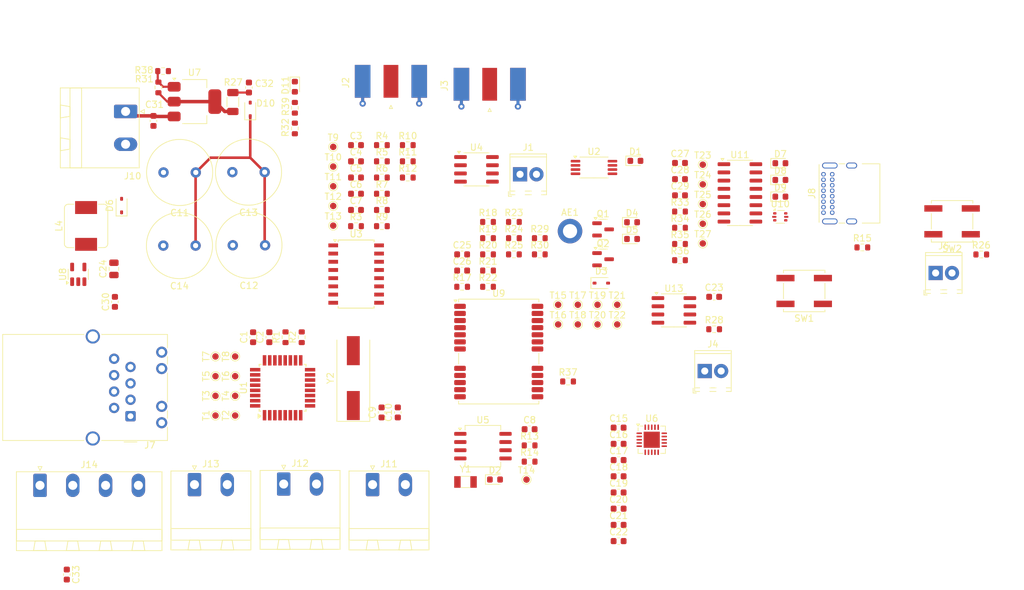
<source format=kicad_pcb>
(kicad_pcb (version 20240108) (generator "pcbnew") (generator_version "8.0")
  (layers (0 "F.Cu" signal) (31 "B.Cu" signal) (34 "B.Paste" user) (35 "F.Paste" user) (36 "B.SilkS" user "B.Silkscreen") (37 "F.SilkS" user "F.Silkscreen") (38 "B.Mask" user) (39 "F.Mask" user) (44 "Edge.Cuts" user))
  (net 0 "")
  (net 1 "Net-(AE1-A)")
  (net 2 "/MCU/+VCC")
  (net 3 "/MCU/GND")
  (net 4 "/WIND/Vcc")
  (net 5 "/WIND/GND")
  (net 6 "Net-(U3A-Cext)")
  (net 7 "Net-(U3A-RCext)")
  (net 8 "Net-(J3-In)")
  (net 9 "/RTC/GND")
  (net 10 "/RTC/+5V")
  (net 11 "/XTAL/GND")
  (net 12 "/MCU/XTAL1{slash}PB6")
  (net 13 "/MCU/XTAL2{slash}PB7")
  (net 14 "/NRF24/GND")
  (net 15 "/NRF24/+3.3V")
  (net 16 "Net-(U6-VDD_PA)")
  (net 17 "Net-(J5-In)")
  (net 18 "/GNSS/GND")
  (net 19 "/GNSS/VCC_USB")
  (net 20 "Net-(U9-RF_IN)")
  (net 21 "/GNSS/+3.3V")
  (net 22 "Net-(D1-A)")
  (net 23 "Net-(D1-K)")
  (net 24 "Net-(D2-K)")
  (net 25 "Net-(D3-K)")
  (net 26 "Net-(D4-A)")
  (net 27 "Net-(D5-A)")
  (net 28 "Net-(J1-Pin_1)")
  (net 29 "/MCU/~{RESET}{slash}PC6")
  (net 30 "/Reset/GND")
  (net 32 "/MCU/A6")
  (net 34 "/MCU/A7")
  (net 35 "/MCU/PB0")
  (net 36 "/MCU/PB1-D9~")
  (net 37 "/MCU/PB2-D10~")
  (net 38 "/MCU/MOSI")
  (net 39 "/MCU/MISO")
  (net 40 "/MCU/CLK")
  (net 41 "/MCU/PC0-A0")
  (net 42 "/MCU/PC1-A1")
  (net 43 "/MCU/PC2-A2")
  (net 44 "/MCU/PC3-A3")
  (net 45 "/MCU/SDA")
  (net 46 "/MCU/SCL")
  (net 47 "/MCU/TX")
  (net 48 "/MCU/RX")
  (net 49 "/MCU/PD2-D2-(INT0)")
  (net 50 "/MCU/PD3-D3-(INT1)~")
  (net 51 "/MCU/PD4-D4")
  (net 52 "/MCU/PD7-D7")
  (net 53 "/MCU/PD6-D6~")
  (net 54 "/MCU/PD5-D5~")
  (net 55 "Net-(Q1-D)")
  (net 56 "Net-(Q2-D)")
  (net 57 "Net-(U3A-Q)")
  (net 58 "Net-(U2B--)")
  (net 59 "Net-(U2A-+)")
  (net 60 "Net-(R11-Pad1)")
  (net 61 "/WIND/Wind_interrupt_MCU")
  (net 62 "/WIND/Wind_interrupt_Power")
  (net 63 "Net-(U5-SQW{slash}OUT)")
  (net 64 "Net-(R13-Pad2)")
  (net 65 "/Reset/VCC")
  (net 66 "/GNSS/GNSS_ENABLED")
  (net 67 "Net-(U9-TXD{slash}SPI_MISO)")
  (net 68 "/GNSS/GNSS_TX")
  (net 69 "/GNSS/GNSS_RX")
  (net 70 "Net-(R21-Pad2)")
  (net 71 "Net-(R22-Pad1)")
  (net 72 "Net-(U9-RXD{slash}SPI_MOSI)")
  (net 73 "Net-(R29-Pad1)")
  (net 74 "Net-(U9-TIMEPULSE)")
  (net 75 "/WIND/Simulation")
  (net 76 "Net-(U2A--)")
  (net 77 "Net-(U9-D_SEL)")
  (net 78 "Net-(U9-SDA{slash}~{SPI_CS})")
  (net 79 "Net-(U9-SCL{slash}SPI_CLK)")
  (net 80 "Net-(U9-EXTINT)")
  (net 81 "Net-(U9-~{SAFEBOOT})")
  (net 92 "/WIND/U{slash}~{D}")
  (net 93 "/WIND/~{CS}")
  (net 94 "/RTC/SDA")
  (net 95 "/RTC/V_Backup")
  (net 96 "Net-(U5-X1)")
  (net 97 "Net-(U5-X2)")
  (net 98 "/RTC/SCL")
  (net 103 "Net-(U6-ANT1)")
  (net 104 "Net-(U6-ANT2)")
  (net 107 "Net-(U6-IREF)")
  (net 109 "/GNSS/D+")
  (net 110 "/GNSS/D-")
  (net 114 "/GNSS/VCC_BACKUP")
  (net 115 "/GNSS/VCC_RF")
  (net 130 "/Supercapacitors/GND")
  (net 131 "/Supercapacitors/Vcurrent")
  (net 133 "Net-(C22-Pad1)")
  (net 134 "/Programming/+5V")
  (net 135 "/Programming/GND")
  (net 136 "/Programming/DTR")
  (net 138 "/Programming/+3.3V")
  (net 139 "Net-(D7-K)")
  (net 141 "Net-(D8-K)")
  (net 143 "Net-(D9-K)")
  (net 146 "Net-(J8-D--PadA7)")
  (net 147 "Net-(J8-D+-PadA6)")
  (net 150 "Net-(R33-Pad2)")
  (net 151 "Net-(R34-Pad2)")
  (net 157 "/NRF24/XTAl_1")
  (net 158 "/NRF24/XTAl_2")
  (net 166 "Net-(U11-XI)")
  (net 170 "Net-(U11-XO)")
  (net 177 "/User_Buttons/SELF_TEST")
  (net 178 "/User_Buttons/GND")
  (net 179 "/User_Buttons/VCC")
  (net 181 "Net-(U13-FILTER)")
  (net 184 "Net-(U13-VIOUT)")
  (net 185 "Net-(U7-VO)")
  (net 186 "Net-(U13-IP--Pad3)")
  (net 187 "/Supercapacitors/+5V_Security")
  (net 188 "Net-(U13-IP+-Pad1)")
  (net 192 "Net-(U7-ADJ)")
  (net 193 "/Supercapacitors/Vcap")
  (net 194 "Net-(D10-A)")
  (net 195 "Net-(J10-Pin_1)")
  (net 196 "Net-(D11-A)")
  (net 197 "Net-(R32-Pad1)")
  (footprint "Resistor_SMD:R_0603_1608Metric" (layer "F.Cu") (at 89.8868 65.0288)
    (property "Reference" "R5")
    (property "Value" "R_10K_SMD_0603")
  )
  (footprint "TestPoint:TestPoint_Pad_D1.0mm" (layer "F.Cu") (at 120.2322 87.2386)
    (property "Reference" "T17")
    (property "Value" "TP")
  )
  (footprint "Capacitor_SMD:C_0603_1608Metric" (layer "F.Cu") (at 85.8768 62.5188)
    (property "Reference" "C3")
    (property "Value" "100nF")
  )
  (footprint "LED_SMD:LED_0603_1608Metric" (layer "F.Cu") (at 151.6054 70.498)
    (property "Reference" "D9")
    (property "Value" "RX_LED")
  )
  (footprint "TestPoint:TestPoint_Pad_D1.0mm" (layer "F.Cu") (at 120.2322 90.2886)
    (property "Reference" "T18")
    (property "Value" "TP")
  )
  (footprint "Connector_Coaxial:SMA_Molex_73251-1153_EdgeMount_Horizontal" (layer "F.Cu") (at 106.5784 54.812 -90)
    (property "Reference" "J3")
    (property "Value" "132415")
  )
  (footprint "Resistor_SMD:R_0603_1608Metric" (layer "F.Cu") (at 136.0554 72.808)
    (property "Reference" "R33")
    (property "Value" "0")
  )
  (footprint "Connector_Coaxial:SMA_Molex_73251-1153_EdgeMount_Horizontal" (layer "F.Cu") (at 91.2876 54.3548 -90)
    (property "Reference" "J2")
    (property "Value" "132415")
  )
  (footprint "TerminalBlock_Phoenix:TerminalBlock_Phoenix_MPT-0,5-2-2.54_1x02_P2.54mm_Horizontal" (layer "F.Cu") (at 139.8902 97.5052)
    (property "Reference" "J4")
    (property "Value" "KF128-2.54_2P")
  )
  (footprint "Connector_Phoenix_MSTB:PhoenixContact_MSTBA_2,5_4-G-5,08_1x04_P5.08mm_Horizontal" (layer "F.Cu") (at 36.9316 115.2144)
    (property "Reference" "J14")
    (property "Value" "Screw_Terminal_01x04")
  )
  (footprint "Resistor_SMD:R_0603_1608Metric" (layer "F.Cu") (at 89.8868 72.5588)
    (property "Reference" "R8")
    (property "Value" "R_10K_SMD_0603")
  )
  (footprint "LED_SMD:LED_0603_1608Metric" (layer "F.Cu") (at 151.6054 65.318)
    (property "Reference" "D7")
    (property "Value" "LED_USB")
  )
  (footprint "TestPoint:TestPoint_Pad_D1.0mm" (layer "F.Cu") (at 82.3468 71.9388)
    (property "Reference" "T12")
    (property "Value" "TP")
  )
  (footprint "Connector_RJ:RJ45_Wuerth_7499010121A_Horizontal" (layer "F.Cu") (at 50.9524 104.4956 180)
    (property "Reference" "J7")
    (property "Value" "RJ45_Wuerth_7499010121A")
  )
  (footprint "Capacitor_SMD:C_0603_1608Metric" (layer "F.Cu") (at 141.3438 86.0126)
    (property "Reference" "C23")
    (property "Value" "1nF")
  )
  (footprint "Connector_USB:USB_C_Receptacle_GCT_USB4085" (layer "F.Cu") (at 158.281 72.9774 90)
    (property "Reference" "J8")
    (property "Value" "USB_C_Receptacle_USB2.0_16P")
  )
  (footprint "Capacitor_SMD:C_0603_1608Metric" (layer "F.Cu") (at 136.0554 65.278)
    (property "Reference" "C27")
    (property "Value" "100nF")
  )
  (footprint "Package_SO:SOIC-8_3.9x4.9mm_P1.27mm" (layer "F.Cu") (at 104.5322 66.2686)
    (property "Reference" "U4")
    (property "Value" "MCP4011")
  )
  (footprint "Capacitor_SMD:C_0603_1608Metric" (layer "F.Cu") (at 126.5482 116.3176)
    (property "Reference" "C19")
    (property "Value" "100nF")
  )
  (footprint "Package_TO_SOT_SMD:SOT-23" (layer "F.Cu") (at 124.1422 75.5636)
    (property "Reference" "Q1")
    (property "Value" "2N7002")
  )
  (footprint "Package_TO_SOT_SMD:SOT-666" (layer "F.Cu") (at 151.5854 73.623)
    (property "Reference" "U10")
    (property "Value" "USBLC6-2P6")
  )
  (footprint "Capacitor_SMD:C_0603_1608Metric" (layer "F.Cu") (at 126.5482 123.8476)
    (property "Reference" "C22")
    (property "Value" "1.5pF")
  )
  (footprint "Capacitor_SMD:C_0603_1608Metric" (layer "F.Cu") (at 126.5482 113.8076)
    (property "Reference" "C18")
    (property "Value" "100nF")
  )
  (footprint "Capacitor_SMD:C_0603_1608Metric" (layer "F.Cu") (at 69.2912 53.594 -90)
    (property "Reference" "C32")
    (property "Value" "2.2uF" (hide yes))
  )
  (footprint "Resistor_SMD:R_0603_1608Metric" (layer "F.Cu") (at 89.8868 67.5388)
    (property "Reference" "R6")
    (property "Value" "R_10K_SMD_0603")
  )
  (footprint "TestPoint:TestPoint_Pad_D1.0mm" (layer "F.Cu") (at 139.5854 65.548)
    (property "Reference" "T23")
    (property "Value" "TP")
  )
  (footprint "LED_SMD:LED_0603_1608Metric" (layer "F.Cu") (at 151.6054 67.908)
    (property "Reference" "D8")
    (property "Value" "TX_LED")
  )
  (footprint "Button_Switch_SMD:SW_Push_1P1T_NO_CK_KSC7xxJ" (layer "F.Cu") (at 155.2912 85.1088)
    (property "Reference" "SW1")
    (property "Value" "PB_SMD_12V_50MA_6MM_6MM")
  )
  (footprint "LED_SMD:LED_0603_1608Metric" (layer "F.Cu") (at 129.1522 64.9486)
    (property "Reference" "D1")
    (property "Value" "LED")
  )
  (footprint "Capacitor_SMD:C_0603_1608Metric" (layer "F.Cu") (at 85.8768 65.0288)
    (property "Reference" "C4")
    (property "Value" "100nF")
  )
  (footprint "Capacitor_SMD:C_0603_1608Metric" (layer "F.Cu") (at 126.5482 111.2976)
    (property "Reference" "C17")
    (property "Value" "100nF")
  )
  (footprint "Package_QFP:TQFP-32_7x7mm_P0.8mm" (layer "F.Cu") (at 74.5096 100.1 90)
    (property "Reference" "U1")
    (property "Value" "ATMEGA-328P")
  )
  (footprint "Resistor_SMD:R_0603_1608Metric" (layer "F.Cu") (at 89.8868 70.0488)
    (property "Reference" "R7")
    (property "Value" "R_10K_SMD_0603")
  )
  (footprint "Capacitor_SMD:C_0603_1608Metric" (layer "F.Cu") (at 54.5084 58.7626 90)
    (property "Reference" "C31")
    (property "Value" "2.2uF" (hide yes))
  )
  (footprint "TestPoint:TestPoint_Pad_D1.0mm" (layer "F.Cu") (at 67.1596 95.25 90)
    (property "Reference" "T8")
    (property "Value" "TP")
  )
  (footprint "TestPoint:TestPoint_Pad_D1.0mm" (layer "F.Cu") (at 139.5854 74.698)
    (property "Reference" "T26")
    (property "Value" "TP")
  )
  (footprint "Capacitor_SMD:C_0603_1608Metric" (layer "F.Cu") (at 85.8768 72.5588)
    (property "Reference" "C7")
    (property "Value" "100nF")
  )
  (footprint "Resistor_SMD:R_1206_3216Metric" (layer "F.Cu") (at 66.802 55.8399 90)
    (property "Reference" "R27")
    (property "Value" "100" (hide yes))
  )
  (footprint "TestPoint:TestPoint_Pad_D1.0mm" (layer "F.Cu") (at 139.5854 68.598)
    (property "Reference" "T24")
    (property "Value" "TP")
  )
  (footprint "TestPoint:TestPoint_Pad_D1.0mm" (layer "F.Cu") (at 64.1096 98.3 90)
    (property "Reference" "T5")
    (property "Value" "TP")
  )
  (footprint "Resistor_SMD:R_0603_1608Metric" (layer "F.Cu") (at 136.0554 77.828)
    (property "Reference" "R35")
    (property "Value" "270")
  )
  (footprint "RF_GPS:ublox_NEO" (layer "F.Cu") (at 107.9822 94.4886)
    (property "Reference" "U9")
    (property "Value" "NEO-M8M")
  )
  (footprint "Resistor_SMD:R_0603_1608Metric" (layer "F.Cu") (at 114.3422 79.4386)
    (property "Reference" "R30")
    (property "Value" "330")
  )
  (footprint "Resistor_SMD:R_0603_1608Metric" (layer "F.Cu") (at 93.8968 62.5188)
    (property "Reference" "R10")
    (property "Value" "R_330R_SMD_0603")
  )
  (footprint "TestPoint:TestPoint_Pad_D1.0mm" (layer "F.Cu") (at 82.3468 74.9888)
    (property "Reference" "T13")
    (property "Value" "TP")
  )
  (footprint "Resistor_SMD:R_0603_1608Metric" (layer "F.Cu") (at 76.4032 59.9318 -90)
    (property "Reference" "R32")
    (property "Value" "0" (hide yes))
  )
  (footprint "Package_DFN_QFN:QFN-20-1EP_4x4mm_P0.5mm_EP2.5x2.5mm" (layer "F.Cu") (at 131.6782 108.1476)
    (property "Reference" "U6")
    (property "Value" "NRF24L01")
  )
  (footprint "Diode_SMD:D_SOD-323" (layer "F.Cu") (at 49.5692 71.8788 90)
    (property "Reference" "D6")
    (property "Value" "1N5819WS")
  )
  (footprint "Connector_Phoenix_MSTB:PhoenixContact_MSTBA_2,5_2-G-5,08_1x02_P5.08mm_Horizontal" (layer "F.Cu") (at 88.4428 115.0945)
    (property "Reference" "J11")
    (property "Value" "Anemometer")
  )
  (footprint "Capacitor_SMD:C_0805_2012Metric" (layer "F.Cu") (at 48.382 81.6822 90)
    (property "Reference" "C24")
    (property "Value" "100uF")
  )
  (footprint "Connector_Phoenix_MSTB:PhoenixContact_MSTBA_2,5_2-G-5,08_1x02_P5.08mm_Horizontal" (layer "F.Cu") (at 74.676 115.0112)
    (property "Reference" "J12")
    (property "Value" "Wind_Direction")
  )
  (footprint "Connector_Phoenix_MSTB:PhoenixContact_MSTBA_2,5_2-G-5,08_1x02_P5.08mm_Horizontal" (layer "F.Cu") (at 60.8584 115.0945)
    (property "Reference" "J13")
    (property "Value" "Water_Level")
  )
  (footprint "TestPoint:TestPoint_Pad_D1.0mm" (layer "F.Cu") (at 64.1096 95.25 90)
    (property "Reference" "T7")
    (property "Value" "TP")
  )
  (footprint "Resistor_SMD:R_0603_1608Metric" (layer "F.Cu") (at 110.3322 79.4386)
    (property "Reference" "R25")
    (property "Value" "1k")
  )
  (footprint "Resistor_SMD:R_0603_1608Metric" (layer "F.Cu") (at 118.7196 99.124)
    (property "Reference" "R37")
    (property "Value" "270")
  )
  (footprint "Capacitor_THT:C_Radial_D10.0mm_H20.0mm_P5.00mm" (layer "F.Cu") (at 71.7296 66.7004 180)
    (property "Reference" "C13")
    (property "Value" "5F")
  )
  (footprint "Resistor_SMD:R_0603_1608Metric" (layer "F.Cu") (at 77.4696 92.27 90)
    (property "Reference" "R2")
    (property "Value" "4.7k")
  )
  (footprint "Inductor_SMD:L_Sumida_CDMC6D28_7.25x6.5mm" (layer "F.Cu") (at 44.0692 75.0338 90)
    (property "Reference" "L4")
    (property "Value" "33uH")
  )
  (footprint "TestPoint:TestPoint_Pad_D1.0mm" (layer "F.Cu") (at 82.3468 62.7888)
    (property "Reference" "T9")
    (property "Value" "TP")
  )
  (footprint "LED_SMD:LED_0603_1608Metric" (layer "F.Cu") (at 107.4022 114.3086)
    (property "Reference" "D2")
    (property "Value" "LED")
  )
  (footprint "Capacitor_SMD:C_0603_1608Metric" (layer "F.Cu") (at 85.8768 67.5388)
    (property "Reference" "C5")
    (property "Value" "100nF")
  )
  (footprint "TestPoint:TestPoint_Pad_D1.0mm" (layer "F.Cu") (at 82.3468 68.8888)
    (property "Reference" "T11")
    (property "Value" "TP")
  )
  (footprint "Diode_SMD:D_SOD-323" (layer "F.Cu") (at 69.4944 56.9808 90)
    (property "Reference" "D10")
    (property "Value" "1N5819WS" (hide yes))
  )
  (footprint "TestPoint:TestPoint_Pad_D1.0mm" (layer "F.Cu") (at 117.1822 90.2886)
    (property "Reference" "T16")
    (property "Value" "TP")
  )
  (footprint "TestPoint:TestPoint_Pad_D1.0mm" (layer "F.Cu") (at 67.1596 98.3 90)
    (property "Reference" "T6")
    (property "Value" "TP")
  )
  (footprint "Resistor_SMD:R_0603_1608Metric" (layer "F.Cu") (at 93.8968 65.0288)
    (property "Reference" "R11")
    (property "Value" "R_0R_SMD_0603")
  )
  (footprint "MountingHole:MountingHole_2.2mm_M2_DIN965_Pad" (layer "F.Cu") (at 119.0222 75.8386)
    (property "Reference" "AE1")
    (property "Value" "Internal_antenna")
  )
  (footprint "Capacitor_THT:C_Radial_D10.0mm_H20.0mm_P5.00mm" (layer "F.Cu") (at 61.0324 78.0796 180)
    (property "Reference" "C14")
    (property "Value" "5F")
  )
  (footprint "TestPoint:TestPoint_Pad_D1.0mm" (layer "F.Cu") (at 126.3322 90.2886)
    (property "Reference" "T22")
    (property "Value" "TP")
  )
  (footprint "Resistor_SMD:R_0603_1608Metric" (layer "F.Cu") (at 74.9596 92.27 90)
    (property "Reference" "R1")
    (property "Value" "4.7k")
  )
  (footprint "Capacitor_SMD:C_0603_1608Metric" (layer "F.Cu") (at 126.5482 118.8276)
    (property "Reference" "C20")
    (property "Value" "2.2nF")
  )
  (footprint "LED_SMD:LED_0603_1608Metric" (layer "F.Cu") (at 128.6322 77.0486)
    (property "Reference" "D5")
    (property "Value" "POS_ENABLE")
  )
  (footprint "Resistor_SMD:R_0603_1608Metric" (layer "F.Cu") (at 110.3322 74.4186)
    (property "Reference" "R23")
    (property "Value" "330")
  )
  (footprint "Resistor_SMD:R_0603_1608Metric" (layer "F.Cu") (at 164.296 78.3592)
    (property "Reference" "R15")
    (property "Value" "10k")
  )
  (footprint "Resistor_SMD:R_0603_1608Metric" (layer "F.Cu") (at 85.8768 75.0688)
    (property "Reference" "R3")
    (property "Value" "10k")
  )
  (footprint "Button_Switch_SMD:SW_Push_1P1T_NO_CK_KSC7xxJ" (layer "F.Cu") (at 178.1954 74.3212)
    (property "Reference" "SW2")
    (property "Value" "PB_SMD_12V_50MA_6MM_6MM")
  )
  (footprint "Resistor_SMD:R_0603_1608Metric" (layer "F.Cu") (at 112.7622 109.0286)
    (property "Reference" "R13")
    (property "Value" "0")
  )
  (footprint "Connector_Phoenix_MSTB:PhoenixContact_MSTBA_2,5_2-G-5,08_1x02_P5.08mm_Horizontal" (layer "F.Cu") (at 50.1904 57.3024 -90)
    (property "Reference" "J10")
    (property "Value" "Panel" (hide yes))
  )
  (footprint "Crystal:Crystal_SMD_HC49-SD" (layer "F.Cu") (at 85.4596 98.6 90)
    (property "Reference" "Y2")
    (property "Value" "16MHz")
  )
  (footprint "Crystal:Crystal_SMD_3215-2Pin_3.2x1.5mm" (layer "F.Cu") (at 102.8322 114.6886)
    (property "Reference" "Y1")
    (property "Value" "32kHz")
  )
  (footprint "Capacitor_THT:C_Radial_D10.0mm_H20.0mm_P5.00mm" (layer "F.Cu") (at 71.7912 78.0288 180)
    (property "Reference" "C12")
    (property "Value" "5F")
  )
  (footprint "Capacitor_SMD:C_0603_1608Metric" (layer "F.Cu") (at 112.7622 106.5186)
    (property "Reference" "C8")
    (property "Value" "100nF")
  )
  (footprint "Package_TO_SOT_SMD:SOT-23" (layer "F.Cu") (at 124.1422 80.1886)
    (property "Reference" "Q2")
    (property "Value" "CJ3401")
  )
  (footprint "Capacitor_SMD:C_0603_1608Metric" (layer "F.Cu") (at 69.9396 92.27 90)
    (property "Reference" "C1")
    (property "Value" "100nF")
  )
  (footprint "Resistor_SMD:R_0603_1608Metric" (layer "F.Cu") (at 93.8968 67.5388)
    (property "Reference" "R12")
    (property "Value" "R_0R_SMD_0603")
  )
  (footprint "Resistor_SMD:R_0603_1608Metric" (layer "F.Cu") (at 106.3222 84.4586)
    (property "Reference" "R22")
    (property "Value" "0")
  )
  (footprint "Resistor_SMD:R_0603_1608Metric" (layer "F.Cu") (at 55.9938 51.054 180)
    (property "Reference" "R38")
    (property "Value" "390" (hide yes))
  )
  (footprint "TestPoint:TestPoint_Pad_D1.0mm" (layer "F.Cu") (at 117.1822 87.2386)
    (property "Reference" "T15")
    (property "Value" "TP")
  )
  (footprint "TestPoint:TestPoint_Pad_D1.0mm" (layer "F.Cu") (at 67.1596 101.35 90)
    (property "Reference" "T4")
    (property "Value" "TP")
  )
  (footprint "TestPoint:TestPoint_Pad_D1.0mm" (layer "F.Cu") (at 139.5854 71.648)
    (property "Reference" "T25")
    (property "Value" "TP")
  )
  (footprint "Capacitor_THT:C_Radial_D10.0mm_H20.0mm_P5.00mm" (layer "F.Cu") (at 61.0616 66.7512 180)
    (property "Reference" "C11")
    (property "Value" "5F")
  )
  (footprint "Capacitor_SMD:C_0603_1608Metric" (layer "F.Cu") (at 41.0833 129.026 -90)
    (property "Reference" "C33")
    (property "Value" "100nF")
  )
  (footprint "TestPoint:TestPoint_Pad_D1.0mm" (layer "F.Cu") (at 139.5854 77.748)
    (property "Reference" "T27")
    (property "Value" "TP")
  )
  (footprint "Capacitor_SMD:C_0603_1608Metric" (layer "F.Cu") (at 136.0554 70.298)
    (property "Reference" "C29")
    (property "Value" "100nF")
  )
  (footprint "Resistor_SMD:R_0603_1608Metric" (layer "F.Cu") (at 76.4032 56.7314 -90)
    (property "Reference" "R39")
    (property "Value" "330" (hide yes))
  )
  (footprint "Resistor_SMD:R_0603_1608Metric" (layer "F.Cu") (at 136.0554 80.338)
    (property "Reference" "R36")
    (property "Value" "270")
  )
  (footprint "Package_SO:TSSOP-8_4.4x3mm_P0.65mm" (layer "F.Cu") (at 122.7322 65.9786)
    (property "Reference" "U2")
    (property "Value" "LM358DR")
  )
  (footprint "TestPoint:TestPoint_Pad_D1.0mm" (layer "F.Cu") (at 123.2822 87.2386)
    (property "Reference" "T19")
    (property "Value" "TP")
  )
  (footprint "Capacitor_SMD:C_0603_1608Metric" (layer "F.Cu") (at 126.5482 121.3376)
    (property "Reference" "C21")
    (property "Value" "4.7pF")
  )
  (footprint "Resistor_SMD:R_0603_1608Metric" (layer "F.Cu") (at 102.3122 84.4586)
    (property "Reference" "R17")
    (property "Value" "0")
  )
  (footprint "Resistor_SMD:R_0603_1608Metric" (layer "F.Cu") (at 114.3422 76.9286)
    (property "Reference" "R29")
    (property "Value" "0")
  )
  (footprint "Capacitor_SMD:C_0603_1608Metric" (layer "F.Cu") (at 89.8396 103.92 90)
    (property "Reference" "C9")
    (property "Value" "22pF")
  )
  (footprint "Resistor_SMD:R_0603_1608Metric" (layer "F.Cu") (at 55.2704 53.5818 -90)
    (property "Reference" "R31")
    (property "Value" "270" (hide yes))
  )
  (footprint "TestPoint:TestPoint_Pad_D1.0mm" (layer "F.Cu") (at 126.3322 87.2386)
    (property "Reference" "T21")
    (property "Value" "TP")
  )
  (footprint "Capacitor_SMD:C_0603_1608Metric" (layer "F.Cu") (at 48.5344 86.7904 90)
    (property "Reference" "C30")
    (property "Value" "47uF")
  )
  (footprint "Resistor_SMD:R_0603_1608Metric" (layer "F.Cu") (at 136.0554 75.318)
    (property "Reference" "R34")
    (property "Value" "0")
  )
  (footprint "Package_SO:SOIC-8_3.9x4.9mm_P1.27mm" (layer "F.Cu") (at 135.1138 88.1126)
    (property "Reference" "U13")
    (property "Value" "ACS712xLCTR-05B")
  )
  (footprint "Resistor_SMD:R_0603_1608Metric" (layer "F.Cu") (at 112.7622 111.5386)
    (property "Reference" "R14")
    (property "Value" "330")
  )
  (footprint "TestPoint:TestPoint_Pad_D1.0mm" (layer "F.Cu") (at 64.1096 101.35 90)
    (property "Reference" "T3")
    (property "Value" "TP")
  )
  (footprint "Resistor_SMD:R_0603_1608Metric" (layer "F.Cu") (at 106.3222 81.9486)
    (property "Reference" "R21")
    (property "Value" "0")
  )
  (footprint "Resistor_SMD:R_0603_1608Metric" (layer "F.Cu") (at 141.3438 91.0326)
    (property "Reference" "R28")
    (property "Value" "1k")
  )
  (footprint "Package_SO:SO-8_5.3x6.2mm_P1.27mm" (layer "F.Cu") (at 105.5322 109.1386)
    (property "Reference" "U5")
    (property "Value" "DS1307Z")
  )
  (footprint "TerminalBlock_Phoenix:TerminalBlock_Phoenix_MPT-0,5-2-2.54_1x02_P2.54mm_Horizontal" (layer "F.Cu") (at 111.2822 67.0386)
    (property "Reference" "J1")
    (property "Value" "Wind")
  )
  (footprint "Resistor_SMD:R_0603_1608Metric" (layer "F.Cu") (at 110.3322 76.9286)
    (property "Reference" "R24")
    (property "Value" "1k")
  )
  (footprint "Resistor_SMD:R_0603_1608Metric" (layer "F.Cu") (at 89.8868 62.5188)
    (property "Reference" "R4")
    (property "Value" "R_10K_SMD_0603")
  )
  (footprint "Package_TO_SOT_SMD:SOT-23-5" (layer "F.Cu") (at 42.86 82.5301 90)
    (property "Reference" "U8")
    (property "Value" "BL8530")
  )
  (footprint "Capacitor_SMD:C_0603_1608Metric" (layer "F.Cu") (at 126.5482 106.2776)
    (property "Reference" "C15")
    (property "Value" "100nF")
  )
  (footprint "Resistor_SMD:R_0603_1608Metric" (layer "F.Cu") (at 106.3222 79.4386)
    (property "Reference" "R20")
    (property "Value" "0")
  )
  (footprint "TestPoint:TestPoint_Pad_D1.0mm" (layer "F.Cu") (at 64.1096 104.4 90)
    (property "Reference" "T1")
    (property "Value" "TP")
  )
  (footprint "TerminalBlock_Phoenix:TerminalBlock_Phoenix_MPT-0,5-2-2.54_1x02_P2.54mm_Horizontal" (layer "F.Cu") (at 175.6454 82.3212)
    (property "Reference" "J6")
    (property "Value" "KF128-2.54_2P")
  )
  (footprint "TestPoint:TestPoint_Pad_D1.0mm" (layer "F.Cu") (at 112.2822 114.3186)
    (property "Reference" "T14")
    (property "Value" "TP")
  )
  (footprint "Resistor_SMD:R_0603_1608Metric" (layer "F.Cu") (at 106.3222 76.9286)
    (property "Reference" "R19")
    (property "Value" "R_100K_SMD_0603")
  )
  (footprint "Resistor_SMD:R_0603_1608Metric" (layer "F.Cu") (at 89.8868 75.0688)
    (property "Reference" "R9")
    (property "Value" "0")
  )
  (footprint "Resistor_SMD:R_0603_1608Metric" (layer "F.Cu") (at 106.3222 74.4186)
    (property "Reference" "R18")
    (property "Value" "R_1K_SMD_0603")
  )
  (footprint "Diode_SMD:D_SOD-323" (layer "F.Cu") (at 123.8672 83.8886)
    (property "Reference" "D3")
    (property "Value" "1N4148")
  )
  (footprint "Capacitor_SMD:C_0603_1608Metric" (layer "F.Cu") (at 85.8768 70.0488)
    (property "Reference" "C6")
    (property "Value" "100nF")
  )
  (footprint "Capacitor_SMD:C_0603_1608Metric" (layer "F.Cu") (at 72.4496 92.27 90)
    (property "Reference" "C2")
    (property "Value" "100nF")
  )
  (footprint "LED_SMD:LED_0603_1608Metric" (layer "F.Cu") (at 128.6322 74.4586)
    (property "Reference" "D4")
    (property "Value" "GNSS")
  )
  (footprint "TestPoint:TestPoint_Pad_D1.0mm" (layer "F.Cu") (at 123.2822 90.2886)
    (property "Reference" "T20")
    (property "Value" "TP")
  )
  (footprint "Capacitor_SMD:C_0603_1608Metric" (layer "F.Cu") (at 126.5482 108.7876)
    (property "Reference" "C16")
    (property "Value" "4.7uF")
  )
  (footprint "Resistor_SMD:R_0603_1608Metric" (layer "F.Cu") (at 182.7154 79.4512)
    (property "Reference" "R26")
    (property "Value" "10k")
  )
  (footprint "Capacitor_SMD:C_0603_1608Metric" (layer "F.Cu") (at 102.3122 81.9486)
    (property "Reference" "C26")
    (property "Value" "100nF")
  )
  (footprint "Capacitor_SMD:C_0603_1608Metric" (layer "F.Cu") (at 136.0554 67.788)
    (property "Reference" "C28")
    (property "Value" "100nF")
  )
  (footprint "Package_SO:SOIC-16W_5.3x10.2mm_P1.27mm" (layer "F.Cu") (at 85.8968 82.4888)
    (property "Reference" "U3")
    (property "Value" "74HC123D")
  )
  (footprint "Package_SO:SOIC-16_3.9x9.9mm_P1.27mm" (layer "F.Cu") (at 145.3354 69.918)
    (property "Reference" "U11")
    (property "Value" "CH340G")
  )
  (footprint "Capacitor_SMD:C_0603_1608Metric" (layer "F.Cu") (at 102.3122 79.4386)
    (property "Reference" "C25")
    (property "Value" "120pF")
  )
  (footprint "LED_SMD:LED_0603_1608Metric" (layer "F.Cu") (at 76.4032 53.4669 -90)
    (property "Reference" "D11")
    (property "Value" "SUN" (hide yes))
  )
  (footprint "Package_TO_SOT_SMD:SOT-223-3_TabPin2" (layer "F.Cu") (at 60.8584 55.7784)
    (property "Reference" "U7")
    (property "Value" "LM317_SOT-223" (hide yes))
  )
  (footprint "TestPoint:TestPoint_Pad_D1.0mm" (layer "F.Cu") (at 82.3468 65.8388)
    (property "Reference" "T10")
    (property "Value" "TP")
  )
  (footprint "TestPoint:TestPoint_Pad_D1.0mm" (layer "F.Cu") (at 67.1596 104.4 90)
    (property "Reference" "T2")
    (property "Value" "TP")
  )
  (footprint "Capacitor_SMD:C_0603_1608Metric" (layer "F.Cu") (at 92.3496 103.92 90)
    (property "Reference" "C10")
    (property "Value" "22pF")
  )
  (segment (start 65.5324 57.3024) (end 64.0084 55.7784) (width 0.54) (layer "F.Cu") (net 185))
  (segment (start 64.0084 55.7784) (end 57.7084 55.7784) (width 0.54) (layer "F.Cu") (net 185))
  (segment (start 66.802 57.3024) (end 65.5324 57.3024) (width 0.54) (layer "F.Cu") (net 185))
  (segment (start 56.642 55.7784) (end 55.2704 54.4068) (width 0.33) (layer "F.Cu") (net 185))
  (segment (start 57.7084 55.7784) (end 56.642 55.7784) (width 0.33) (layer "F.Cu") (net 185))
  (segment (start 55.1688 51.054) (end 55.1688 52.6552) (width 0.33) (layer "F.Cu") (net 192))
  (segment (start 57.7084 53.4784) (end 55.992 53.4784) (width 0.33) (layer "F.Cu") (net 192))
  (segment (start 55.1688 52.6552) (end 55.2704 52.7568) (width 0.33) (layer "F.Cu") (net 192))
  (segment (start 55.992 53.4784) (end 55.2704 52.7568) (width 0.33) (layer "F.Cu") (net 192))
  (segment (start 71.7296 77.9672) (end 71.7912 78.0288) (width 0.4) (layer "F.Cu") (net 193))
  (segment (start 63.3476 64.4652) (end 61.0616 66.7512) (width 0.4) (layer "F.Cu") (net 193))
  (segment (start 69.4944 58.0308) (end 69.4944 64.4652) (width 0.4) (layer "F.Cu") (net 193))
  (segment (start 69.4944 64.4652) (end 63.3476 64.4652) (width 0.4) (layer "F.Cu") (net 193))
  (segment (start 61.0324 66.7804) (end 61.0616 66.7512) (width 0.4) (layer "F.Cu") (net 193))
  (segment (start 69.4944 64.4652) (end 71.7296 66.7004) (width 0.4) (layer "F.Cu") (net 193))
  (segment (start 61.0324 78.0796) (end 61.0324 66.7804) (width 0.4) (layer "F.Cu") (net 193))
  (segment (start 71.7296 66.7004) (end 71.7296 77.9672) (width 0.4) (layer "F.Cu") (net 193))
  (segment (start 69.2828 54.3774) (end 69.2912 54.369) (width 0.33) (layer "F.Cu") (net 194))
  (segment (start 66.802 54.3774) (end 69.2828 54.3774) (width 0.33) (layer "F.Cu") (net 194))
  (segment (start 54.5992 58.0784) (end 54.5084 57.9876) (width 0.54) (layer "F.Cu") (net 195))
  (segment (start 50.8756 57.9876) (end 50.1904 57.3024) (width 0.54) (layer "F.Cu") (net 195))
  (segment (start 54.5084 57.9876) (end 50.8756 57.9876) (width 0.54) (layer "F.Cu") (net 195))
  (segment (start 57.7084 58.0784) (end 54.5992 58.0784) (width 0.54) (layer "F.Cu") (net 195))
)
</source>
